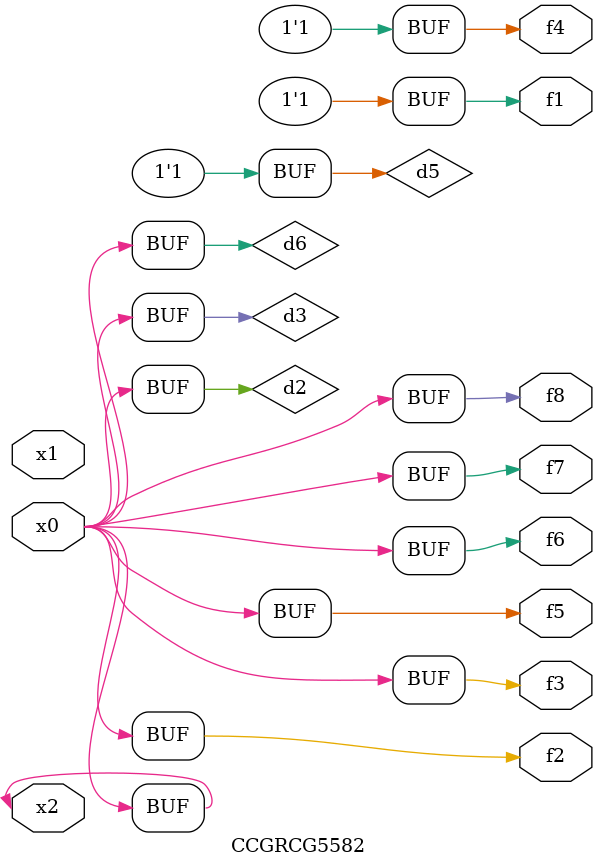
<source format=v>
module CCGRCG5582(
	input x0, x1, x2,
	output f1, f2, f3, f4, f5, f6, f7, f8
);

	wire d1, d2, d3, d4, d5, d6;

	xnor (d1, x2);
	buf (d2, x0, x2);
	and (d3, x0);
	xnor (d4, x1, x2);
	nand (d5, d1, d3);
	buf (d6, d2, d3);
	assign f1 = d5;
	assign f2 = d6;
	assign f3 = d6;
	assign f4 = d5;
	assign f5 = d6;
	assign f6 = d6;
	assign f7 = d6;
	assign f8 = d6;
endmodule

</source>
